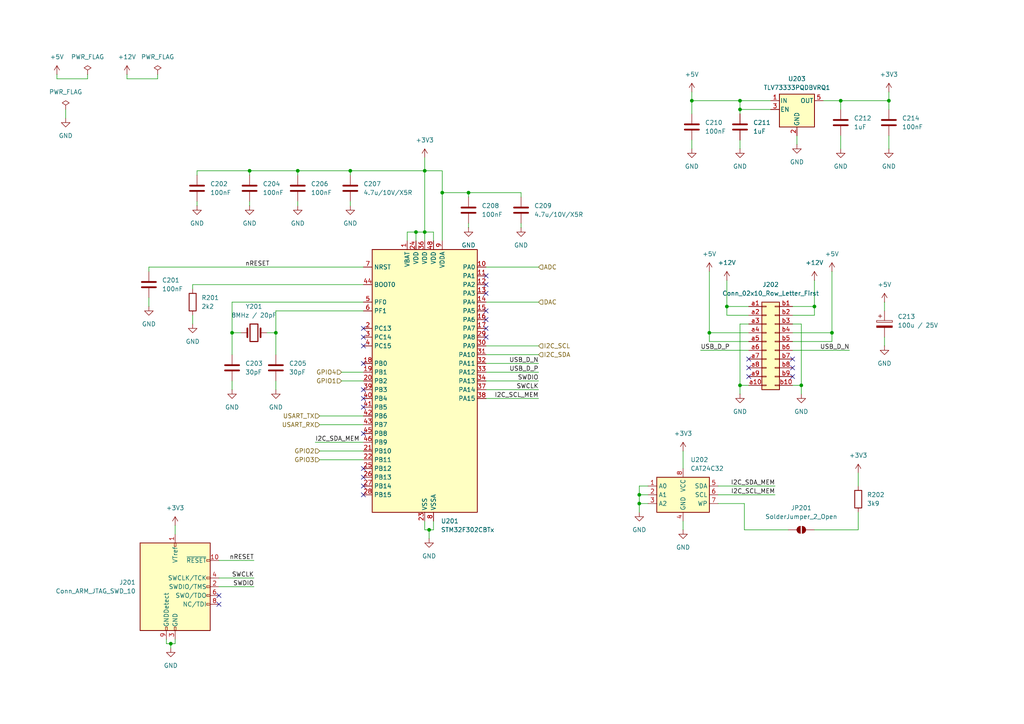
<source format=kicad_sch>
(kicad_sch (version 20250114) (generator "eeschema") (generator_version "9.0")
  (paper "A4")
  (title_block (title "STM32") (rev "<<HASH>>") (company "Amateurfunkclub für Remote Stationen"))
  (lib_symbols
    (symbol "Connector:Conn_ARM_JTAG_SWD_10" (pin_names (offset 1.016))
      (property "Reference" "J" (at -2.54 16.51 0))
      (property "Value" "Conn_ARM_JTAG_SWD_10" (at -2.54 13.97 0))
      (symbol "Conn_ARM_JTAG_SWD_10_0_1"
        (rectangle (start -10.16 12.7) (end 10.16 -12.7) (stroke (width 0.254)) (fill (type background)))
        (rectangle (start -2.794 -12.7) (end -2.286 -11.684))
        (rectangle (start -0.254 12.7) (end 0.254 11.684))
        (rectangle (start -0.254 -12.7) (end 0.254 -11.684))
        (rectangle (start 9.144 2.286) (end 10.16 2.794))
        (rectangle (start 10.16 7.874) (end 9.144 7.366))
        (rectangle (start 10.16 -0.254) (end 9.144 0.254))
        (rectangle (start 10.16 -2.794) (end 9.144 -2.286))
      )
      (symbol "Conn_ARM_JTAG_SWD_10_1_1"
        (rectangle (start 9.144 -5.334) (end 10.16 -4.826))
        (pin no_connect line (at -10.16 0 0) (length 2.54) (hide yes) (name "KEY") (number "7"))
        (pin passive line (at -2.54 -15.24 90) (length 2.54) (name "GNDDetect") (number "9"))
        (pin power_in line (at 0 15.24 270) (length 2.54) (name "VTref") (number "1"))
        (pin power_in line (at 0 -15.24 90) (length 2.54) (name "GND") (number "3"))
        (pin passive line (at 0 -15.24 90) (length 2.54) (hide yes) (name "GND") (number "5"))
        (pin open_collector line (at 12.7 7.62 180) (length 2.54) (name "~{RESET}") (number "10"))
        (pin output line (at 12.7 2.54 180) (length 2.54) (name "SWCLK/TCK") (number "4"))
        (pin bidirectional line (at 12.7 0 180) (length 2.54) (name "SWDIO/TMS") (number "2"))
        (pin input line (at 12.7 -2.54 180) (length 2.54) (name "SWO/TDO") (number "6"))
        (pin output line (at 12.7 -5.08 180) (length 2.54) (name "NC/TDI") (number "8"))
      )
    )
    (symbol "Connector_Generic:Conn_02x10_Row_Letter_First" (pin_names (offset 1.016) (hide yes))
      (property "Reference" "J" (at 1.27 12.7 0))
      (property "Value" "Conn_02x10_Row_Letter_First" (at 1.27 -15.24 0))
      (symbol "Conn_02x10_Row_Letter_First_1_1"
        (rectangle (start -1.27 11.43) (end 3.81 -13.97) (stroke (width 0.254)) (fill (type background)))
        (rectangle (start -1.27 10.287) (end 0 10.033) (stroke (width 0.1524)))
        (rectangle (start -1.27 7.747) (end 0 7.493) (stroke (width 0.1524)))
        (rectangle (start -1.27 5.207) (end 0 4.953) (stroke (width 0.1524)))
        (rectangle (start -1.27 2.667) (end 0 2.413) (stroke (width 0.1524)))
        (rectangle (start -1.27 0.127) (end 0 -0.127) (stroke (width 0.1524)))
        (rectangle (start -1.27 -2.413) (end 0 -2.667) (stroke (width 0.1524)))
        (rectangle (start -1.27 -4.953) (end 0 -5.207) (stroke (width 0.1524)))
        (rectangle (start -1.27 -7.493) (end 0 -7.747) (stroke (width 0.1524)))
        (rectangle (start -1.27 -10.033) (end 0 -10.287) (stroke (width 0.1524)))
        (rectangle (start -1.27 -12.573) (end 0 -12.827) (stroke (width 0.1524)))
        (rectangle (start 3.81 10.287) (end 2.54 10.033) (stroke (width 0.1524)))
        (rectangle (start 3.81 7.747) (end 2.54 7.493) (stroke (width 0.1524)))
        (rectangle (start 3.81 5.207) (end 2.54 4.953) (stroke (width 0.1524)))
        (rectangle (start 3.81 2.667) (end 2.54 2.413) (stroke (width 0.1524)))
        (rectangle (start 3.81 0.127) (end 2.54 -0.127) (stroke (width 0.1524)))
        (rectangle (start 3.81 -2.413) (end 2.54 -2.667) (stroke (width 0.1524)))
        (rectangle (start 3.81 -4.953) (end 2.54 -5.207) (stroke (width 0.1524)))
        (rectangle (start 3.81 -7.493) (end 2.54 -7.747) (stroke (width 0.1524)))
        (rectangle (start 3.81 -10.033) (end 2.54 -10.287) (stroke (width 0.1524)))
        (rectangle (start 3.81 -12.573) (end 2.54 -12.827) (stroke (width 0.1524)))
        (pin passive line (at -5.08 10.16 0) (length 3.81) (name "Pin_a1") (number "a1"))
        (pin passive line (at -5.08 7.62 0) (length 3.81) (name "Pin_a2") (number "a2"))
        (pin passive line (at -5.08 5.08 0) (length 3.81) (name "Pin_a3") (number "a3"))
        (pin passive line (at -5.08 2.54 0) (length 3.81) (name "Pin_a4") (number "a4"))
        (pin passive line (at -5.08 0 0) (length 3.81) (name "Pin_a5") (number "a5"))
        (pin passive line (at -5.08 -2.54 0) (length 3.81) (name "Pin_a6") (number "a6"))
        (pin passive line (at -5.08 -5.08 0) (length 3.81) (name "Pin_a7") (number "a7"))
        (pin passive line (at -5.08 -7.62 0) (length 3.81) (name "Pin_a8") (number "a8"))
        (pin passive line (at -5.08 -10.16 0) (length 3.81) (name "Pin_a9") (number "a9"))
        (pin passive line (at -5.08 -12.7 0) (length 3.81) (name "Pin_a10") (number "a10"))
        (pin passive line (at 7.62 10.16 180) (length 3.81) (name "Pin_b1") (number "b1"))
        (pin passive line (at 7.62 7.62 180) (length 3.81) (name "Pin_b2") (number "b2"))
        (pin passive line (at 7.62 5.08 180) (length 3.81) (name "Pin_b3") (number "b3"))
        (pin passive line (at 7.62 2.54 180) (length 3.81) (name "Pin_b4") (number "b4"))
        (pin passive line (at 7.62 0 180) (length 3.81) (name "Pin_b5") (number "b5"))
        (pin passive line (at 7.62 -2.54 180) (length 3.81) (name "Pin_b6") (number "b6"))
        (pin passive line (at 7.62 -5.08 180) (length 3.81) (name "Pin_b7") (number "b7"))
        (pin passive line (at 7.62 -7.62 180) (length 3.81) (name "Pin_b8") (number "b8"))
        (pin passive line (at 7.62 -10.16 180) (length 3.81) (name "Pin_b9") (number "b9"))
        (pin passive line (at 7.62 -12.7 180) (length 3.81) (name "Pin_b10") (number "b10"))
      )
    )
    (symbol "Device:C" (pin_numbers (hide yes)) (pin_names (offset 0.254))
      (property "Reference" "C" (at 0.635 2.54 0))
      (property "Value" "C" (at 0.635 -2.54 0))
      (symbol "C_0_1"
        (polyline (pts (xy -2.032 0.762) (xy 2.032 0.762)) (stroke (width 0.508)))
        (polyline (pts (xy -2.032 -0.762) (xy 2.032 -0.762)) (stroke (width 0.508)))
      )
      (symbol "C_1_1"
        (pin passive line (at 0 3.81 270) (length 2.794) (name "~") (number "1"))
        (pin passive line (at 0 -3.81 90) (length 2.794) (name "~") (number "2"))
      )
    )
    (symbol "Device:C_Polarized" (pin_numbers (hide yes)) (pin_names (offset 0.254))
      (property "Reference" "C" (at 0.635 2.54 0))
      (property "Value" "C_Polarized" (at 0.635 -2.54 0))
      (symbol "C_Polarized_0_1"
        (rectangle (start -2.286 0.508) (end 2.286 1.016))
        (polyline (pts (xy -1.778 2.286) (xy -0.762 2.286)))
        (polyline (pts (xy -1.27 2.794) (xy -1.27 1.778)))
        (rectangle (start 2.286 -0.508) (end -2.286 -1.016) (fill (type outline)))
      )
      (symbol "C_Polarized_1_1"
        (pin passive line (at 0 3.81 270) (length 2.794) (name "~") (number "1"))
        (pin passive line (at 0 -3.81 90) (length 2.794) (name "~") (number "2"))
      )
    )
    (symbol "Device:Crystal" (pin_numbers (hide yes)) (pin_names (offset 1.016) (hide yes))
      (property "Reference" "Y" (at 0 3.81 0))
      (property "Value" "Crystal" (at 0 -3.81 0))
      (symbol "Crystal_0_1"
        (polyline (pts (xy -2.54 0) (xy -1.905 0)))
        (polyline (pts (xy -1.905 -1.27) (xy -1.905 1.27)) (stroke (width 0.508)))
        (rectangle (start -1.143 2.54) (end 1.143 -2.54) (stroke (width 0.3048)))
        (polyline (pts (xy 1.905 -1.27) (xy 1.905 1.27)) (stroke (width 0.508)))
        (polyline (pts (xy 2.54 0) (xy 1.905 0)))
      )
      (symbol "Crystal_1_1"
        (pin passive line (at -3.81 0 0) (length 1.27) (name "1") (number "1"))
        (pin passive line (at 3.81 0 180) (length 1.27) (name "2") (number "2"))
      )
    )
    (symbol "Device:R" (pin_numbers (hide yes)) (pin_names (offset 0))
      (property "Reference" "R" (at 2.032 0 90))
      (property "Value" "R" (at 0 0 90))
      (symbol "R_0_1"
        (rectangle (start -1.016 -2.54) (end 1.016 2.54) (stroke (width 0.254)))
      )
      (symbol "R_1_1"
        (pin passive line (at 0 3.81 270) (length 1.27) (name "~") (number "1"))
        (pin passive line (at 0 -3.81 90) (length 1.27) (name "~") (number "2"))
      )
    )
    (symbol "Jumper:SolderJumper_2_Open" (pin_numbers (hide yes)) (pin_names (offset 0) (hide yes)) (in_bom no)
      (property "Reference" "JP" (at 0 2.032 0))
      (property "Value" "SolderJumper_2_Open" (at 0 -2.54 0))
      (symbol "SolderJumper_2_Open_0_1"
        (polyline (pts (xy -0.254 1.016) (xy -0.254 -1.016)))
        (arc (start -0.254 -1.016) (mid -1.2656 0) (end -0.254 1.016))
        (arc (start -0.254 -1.016) (mid -1.2656 0) (end -0.254 1.016) (fill (type outline)))
        (arc (start 0.254 1.016) (mid 1.2656 0) (end 0.254 -1.016))
        (arc (start 0.254 1.016) (mid 1.2656 0) (end 0.254 -1.016) (fill (type outline)))
        (polyline (pts (xy 0.254 1.016) (xy 0.254 -1.016)))
      )
      (symbol "SolderJumper_2_Open_1_1"
        (pin passive line (at -3.81 0 0) (length 2.54) (name "A") (number "1"))
        (pin passive line (at 3.81 0 180) (length 2.54) (name "B") (number "2"))
      )
    )
    (symbol "MCU_ST_STM32F3:STM32F302CBTx"
      (property "Reference" "U" (at -15.24 39.37 0))
      (property "Value" "STM32F302CBTx" (at 7.62 39.37 0))
      (symbol "STM32F302CBTx_0_1"
        (rectangle (start -15.24 -38.1) (end 15.24 38.1) (stroke (width 0.254)) (fill (type background)))
      )
      (symbol "STM32F302CBTx_1_1"
        (pin input line (at -17.78 33.02 0) (length 2.54) (name "NRST") (number "7"))
        (pin input line (at -17.78 27.94 0) (length 2.54) (name "BOOT0") (number "44"))
        (pin bidirectional line (at -17.78 22.86 0) (length 2.54) (name "PF0") (number "5"))
        (pin bidirectional line (at -17.78 20.32 0) (length 2.54) (name "PF1") (number "6"))
        (pin bidirectional line (at -17.78 15.24 0) (length 2.54) (name "PC13") (number "2"))
        (pin bidirectional line (at -17.78 12.7 0) (length 2.54) (name "PC14") (number "3"))
        (pin bidirectional line (at -17.78 10.16 0) (length 2.54) (name "PC15") (number "4"))
        (pin bidirectional line (at -17.78 5.08 0) (length 2.54) (name "PB0") (number "18"))
        (pin bidirectional line (at -17.78 2.54 0) (length 2.54) (name "PB1") (number "19"))
        (pin bidirectional line (at -17.78 0 0) (length 2.54) (name "PB2") (number "20"))
        (pin bidirectional line (at -17.78 -2.54 0) (length 2.54) (name "PB3") (number "39"))
        (pin bidirectional line (at -17.78 -5.08 0) (length 2.54) (name "PB4") (number "40"))
        (pin bidirectional line (at -17.78 -7.62 0) (length 2.54) (name "PB5") (number "41"))
        (pin bidirectional line (at -17.78 -10.16 0) (length 2.54) (name "PB6") (number "42"))
        (pin bidirectional line (at -17.78 -12.7 0) (length 2.54) (name "PB7") (number "43"))
        (pin bidirectional line (at -17.78 -15.24 0) (length 2.54) (name "PB8") (number "45"))
        (pin bidirectional line (at -17.78 -17.78 0) (length 2.54) (name "PB9") (number "46"))
        (pin bidirectional line (at -17.78 -20.32 0) (length 2.54) (name "PB10") (number "21"))
        (pin bidirectional line (at -17.78 -22.86 0) (length 2.54) (name "PB11") (number "22"))
        (pin bidirectional line (at -17.78 -25.4 0) (length 2.54) (name "PB12") (number "25"))
        (pin bidirectional line (at -17.78 -27.94 0) (length 2.54) (name "PB13") (number "26"))
        (pin bidirectional line (at -17.78 -30.48 0) (length 2.54) (name "PB14") (number "27"))
        (pin bidirectional line (at -17.78 -33.02 0) (length 2.54) (name "PB15") (number "28"))
        (pin power_in line (at -5.08 40.64 270) (length 2.54) (name "VBAT") (number "1"))
        (pin power_in line (at -2.54 40.64 270) (length 2.54) (name "VDD") (number "24"))
        (pin power_in line (at 0 40.64 270) (length 2.54) (name "VDD") (number "36"))
        (pin power_in line (at 0 -40.64 90) (length 2.54) (name "VSS") (number "23"))
        (pin passive line (at 0 -40.64 90) (length 2.54) (hide yes) (name "VSS") (number "35"))
        (pin passive line (at 0 -40.64 90) (length 2.54) (hide yes) (name "VSS") (number "47"))
        (pin power_in line (at 2.54 40.64 270) (length 2.54) (name "VDD") (number "48"))
        (pin power_in line (at 2.54 -40.64 90) (length 2.54) (name "VSSA") (number "8"))
        (pin power_in line (at 5.08 40.64 270) (length 2.54) (name "VDDA") (number "9"))
        (pin bidirectional line (at 17.78 33.02 180) (length 2.54) (name "PA0") (number "10"))
        (pin bidirectional line (at 17.78 30.48 180) (length 2.54) (name "PA1") (number "11"))
        (pin bidirectional line (at 17.78 27.94 180) (length 2.54) (name "PA2") (number "12"))
        (pin bidirectional line (at 17.78 25.4 180) (length 2.54) (name "PA3") (number "13"))
        (pin bidirectional line (at 17.78 22.86 180) (length 2.54) (name "PA4") (number "14"))
        (pin bidirectional line (at 17.78 20.32 180) (length 2.54) (name "PA5") (number "15"))
        (pin bidirectional line (at 17.78 17.78 180) (length 2.54) (name "PA6") (number "16"))
        (pin bidirectional line (at 17.78 15.24 180) (length 2.54) (name "PA7") (number "17"))
        (pin bidirectional line (at 17.78 12.7 180) (length 2.54) (name "PA8") (number "29"))
        (pin bidirectional line (at 17.78 10.16 180) (length 2.54) (name "PA9") (number "30"))
        (pin bidirectional line (at 17.78 7.62 180) (length 2.54) (name "PA10") (number "31"))
        (pin bidirectional line (at 17.78 5.08 180) (length 2.54) (name "PA11") (number "32"))
        (pin bidirectional line (at 17.78 2.54 180) (length 2.54) (name "PA12") (number "33"))
        (pin bidirectional line (at 17.78 0 180) (length 2.54) (name "PA13") (number "34"))
        (pin bidirectional line (at 17.78 -2.54 180) (length 2.54) (name "PA14") (number "37"))
        (pin bidirectional line (at 17.78 -5.08 180) (length 2.54) (name "PA15") (number "38"))
      )
    )
    (symbol "Memory_EEPROM:CAT24C128"
      (property "Reference" "U" (at -6.35 6.35 0))
      (property "Value" "CAT24C128" (at 1.27 6.35 0))
      (symbol "CAT24C128_1_1"
        (rectangle (start -7.62 5.08) (end 7.62 -5.08) (stroke (width 0.254)) (fill (type background)))
        (pin input line (at -10.16 2.54 0) (length 2.54) (name "A0") (number "1"))
        (pin input line (at -10.16 0 0) (length 2.54) (name "A1") (number "2"))
        (pin input line (at -10.16 -2.54 0) (length 2.54) (name "A2") (number "3"))
        (pin power_in line (at 0 7.62 270) (length 2.54) (name "VCC") (number "8"))
        (pin power_in line (at 0 -7.62 90) (length 2.54) (name "GND") (number "4"))
        (pin bidirectional line (at 10.16 2.54 180) (length 2.54) (name "SDA") (number "5"))
        (pin input line (at 10.16 0 180) (length 2.54) (name "SCL") (number "6"))
        (pin input line (at 10.16 -2.54 180) (length 2.54) (name "WP") (number "7"))
      )
    )
    (symbol "Regulator_Linear:TLV73333PDBV" (pin_names (offset 0.254))
      (property "Reference" "U" (at -3.81 5.715 0))
      (property "Value" "TLV73333PDBV" (at 0 5.715 0))
      (symbol "TLV73333PDBV_0_1"
        (rectangle (start -5.08 4.445) (end 5.08 -5.08) (stroke (width 0.254)) (fill (type background)))
      )
      (symbol "TLV73333PDBV_1_1"
        (pin power_in line (at -7.62 2.54 0) (length 2.54) (name "IN") (number "1"))
        (pin input line (at -7.62 0 0) (length 2.54) (name "EN") (number "3"))
        (pin power_in line (at 0 -7.62 90) (length 2.54) (name "GND") (number "2"))
        (pin no_connect line (at 5.08 0 180) (length 2.54) (hide yes) (name "NC") (number "4"))
        (pin power_out line (at 7.62 2.54 180) (length 2.54) (name "OUT") (number "5"))
      )
    )
    (symbol "power:+12V" (power) (pin_numbers (hide yes)) (pin_names (offset 0) (hide yes))
      (property "Value" "+12V" (at 0 3.556 0))
      (symbol "+12V_0_1"
        (polyline (pts (xy -0.762 1.27) (xy 0 2.54)))
        (polyline (pts (xy 0 2.54) (xy 0.762 1.27)))
        (polyline (pts (xy 0 0) (xy 0 2.54)))
      )
      (symbol "+12V_1_1"
        (pin power_in line (at 0 0 90) (length 0) (name "~") (number "1"))
      )
    )
    (symbol "power:+3V3" (power) (pin_numbers (hide yes)) (pin_names (offset 0) (hide yes))
      (property "Value" "+3V3" (at 0 3.556 0))
      (symbol "+3V3_0_1"
        (polyline (pts (xy -0.762 1.27) (xy 0 2.54)))
        (polyline (pts (xy 0 2.54) (xy 0.762 1.27)))
        (polyline (pts (xy 0 0) (xy 0 2.54)))
      )
      (symbol "+3V3_1_1"
        (pin power_in line (at 0 0 90) (length 0) (name "~") (number "1"))
      )
    )
    (symbol "power:+5V" (power) (pin_numbers (hide yes)) (pin_names (offset 0) (hide yes))
      (property "Value" "+5V" (at 0 3.556 0))
      (symbol "+5V_0_1"
        (polyline (pts (xy -0.762 1.27) (xy 0 2.54)))
        (polyline (pts (xy 0 2.54) (xy 0.762 1.27)))
        (polyline (pts (xy 0 0) (xy 0 2.54)))
      )
      (symbol "+5V_1_1"
        (pin power_in line (at 0 0 90) (length 0) (name "~") (number "1"))
      )
    )
    (symbol "power:GND" (power) (pin_numbers (hide yes)) (pin_names (offset 0) (hide yes))
      (property "Value" "GND" (at 0 -3.81 0))
      (symbol "GND_0_1"
        (polyline (pts (xy 0 0) (xy 0 -1.27) (xy 1.27 -1.27) (xy 0 -2.54) (xy -1.27 -1.27) (xy 0 -1.27)))
      )
      (symbol "GND_1_1"
        (pin power_in line (at 0 0 270) (length 0) (name "~") (number "1"))
      )
    )
    (symbol "power:PWR_FLAG" (power) (pin_numbers (hide yes)) (pin_names (offset 0) (hide yes))
      (property "Value" "PWR_FLAG" (at 0 3.81 0))
      (symbol "PWR_FLAG_0_0"
        (pin power_out line (at 0 0 90) (length 0) (name "~") (number "1"))
      )
      (symbol "PWR_FLAG_0_1"
        (polyline (pts (xy 0 0) (xy 0 1.27) (xy -1.016 1.905) (xy 0 2.54) (xy 1.016 1.905) (xy 0 1.27)))
      )
    )
  )
  (junction (at 185.42 143.51))
  (junction (at 128.27 55.88))
  (junction (at 210.82 88.9))
  (junction (at 200.66 29.21))
  (junction (at 72.39 49.53))
  (junction (at 214.63 31.75))
  (junction (at 123.19 49.53))
  (junction (at 232.41 111.76))
  (junction (at 205.74 96.52))
  (junction (at 101.6 49.53))
  (junction (at 257.81 29.21))
  (junction (at 67.31 96.52))
  (junction (at 243.84 29.21))
  (junction (at 185.42 146.05))
  (junction (at 214.63 29.21))
  (junction (at 135.89 55.88))
  (junction (at 80.01 96.52))
  (junction (at 124.46 153.67))
  (junction (at 49.53 186.69))
  (junction (at 241.3 96.52))
  (junction (at 86.36 49.53))
  (junction (at 120.65 67.31))
  (junction (at 123.19 67.31))
  (junction (at 236.22 88.9))
  (junction (at 214.63 111.76))
  (no_connect (at 229.87 106.68))
  (no_connect (at 105.41 115.57))
  (no_connect (at 63.5 175.26))
  (no_connect (at 140.97 90.17))
  (no_connect (at 105.41 105.41))
  (no_connect (at 105.41 113.03))
  (no_connect (at 105.41 140.97))
  (no_connect (at 105.41 95.25))
  (no_connect (at 140.97 97.79))
  (no_connect (at 140.97 82.55))
  (no_connect (at 229.87 104.14))
  (no_connect (at 217.17 104.14))
  (no_connect (at 105.41 97.79))
  (no_connect (at 217.17 109.22))
  (no_connect (at 217.17 106.68))
  (no_connect (at 105.41 138.43))
  (no_connect (at 105.41 100.33))
  (no_connect (at 105.41 118.11))
  (no_connect (at 105.41 125.73))
  (no_connect (at 140.97 85.09))
  (no_connect (at 229.87 109.22))
  (no_connect (at 140.97 95.25))
  (no_connect (at 105.41 135.89))
  (no_connect (at 63.5 172.72))
  (no_connect (at 140.97 92.71))
  (no_connect (at 140.97 80.01))
  (no_connect (at 105.41 143.51))
  (wire (pts (xy 55.88 91.44) (xy 55.88 93.98)))
  (wire (pts (xy 123.19 49.53) (xy 128.27 49.53)))
  (wire (pts (xy 120.65 67.31) (xy 123.19 67.31)))
  (wire (pts (xy 43.18 77.47) (xy 43.18 78.74)))
  (wire (pts (xy 101.6 58.42) (xy 101.6 59.69)))
  (wire (pts (xy 118.11 69.85) (xy 118.11 67.31)))
  (wire (pts (xy 210.82 88.9) (xy 210.82 81.28)))
  (wire (pts (xy 140.97 105.41) (xy 156.21 105.41)))
  (wire (pts (xy 16.51 22.86) (xy 25.4 22.86)))
  (wire (pts (xy 36.83 21.59) (xy 36.83 22.86)))
  (wire (pts (xy 210.82 91.44) (xy 210.82 88.9)))
  (wire (pts (xy 125.73 151.13) (xy 125.73 153.67)))
  (wire (pts (xy 123.19 153.67) (xy 124.46 153.67)))
  (wire (pts (xy 236.22 153.67) (xy 248.92 153.67)))
  (wire (pts (xy 215.9 146.05) (xy 208.28 146.05)))
  (wire (pts (xy 187.96 146.05) (xy 185.42 146.05)))
  (wire (pts (xy 229.87 111.76) (xy 232.41 111.76)))
  (wire (pts (xy 232.41 93.98) (xy 232.41 111.76)))
  (wire (pts (xy 16.51 21.59) (xy 16.51 22.86)))
  (wire (pts (xy 80.01 110.49) (xy 80.01 113.03)))
  (wire (pts (xy 198.12 151.13) (xy 198.12 153.67)))
  (wire (pts (xy 214.63 29.21) (xy 223.52 29.21)))
  (wire (pts (xy 203.2 101.6) (xy 217.17 101.6)))
  (wire (pts (xy 236.22 88.9) (xy 236.22 81.28)))
  (wire (pts (xy 217.17 99.06) (xy 205.74 99.06)))
  (wire (pts (xy 185.42 140.97) (xy 185.42 143.51)))
  (wire (pts (xy 128.27 55.88) (xy 128.27 69.85)))
  (wire (pts (xy 124.46 153.67) (xy 125.73 153.67)))
  (wire (pts (xy 185.42 143.51) (xy 185.42 146.05)))
  (wire (pts (xy 214.63 111.76) (xy 214.63 114.3)))
  (wire (pts (xy 92.71 133.35) (xy 105.41 133.35)))
  (wire (pts (xy 243.84 39.37) (xy 243.84 43.18)))
  (wire (pts (xy 217.17 111.76) (xy 214.63 111.76)))
  (wire (pts (xy 80.01 90.17) (xy 80.01 96.52)))
  (wire (pts (xy 124.46 153.67) (xy 124.46 156.21)))
  (wire (pts (xy 63.5 167.64) (xy 73.66 167.64)))
  (wire (pts (xy 91.44 128.27) (xy 105.41 128.27)))
  (wire (pts (xy 123.19 45.72) (xy 123.19 49.53)))
  (wire (pts (xy 208.28 143.51) (xy 224.79 143.51)))
  (wire (pts (xy 86.36 58.42) (xy 86.36 59.69)))
  (wire (pts (xy 229.87 91.44) (xy 236.22 91.44)))
  (wire (pts (xy 140.97 102.87) (xy 156.21 102.87)))
  (wire (pts (xy 217.17 91.44) (xy 210.82 91.44)))
  (wire (pts (xy 128.27 55.88) (xy 135.89 55.88)))
  (wire (pts (xy 248.92 137.16) (xy 248.92 140.97)))
  (wire (pts (xy 140.97 87.63) (xy 156.21 87.63)))
  (wire (pts (xy 123.19 151.13) (xy 123.19 153.67)))
  (wire (pts (xy 92.71 120.65) (xy 105.41 120.65)))
  (wire (pts (xy 229.87 96.52) (xy 241.3 96.52)))
  (wire (pts (xy 45.72 22.86) (xy 45.72 21.59)))
  (wire (pts (xy 140.97 100.33) (xy 156.21 100.33)))
  (wire (pts (xy 67.31 96.52) (xy 67.31 102.87)))
  (wire (pts (xy 232.41 111.76) (xy 232.41 114.3)))
  (wire (pts (xy 236.22 91.44) (xy 236.22 88.9)))
  (wire (pts (xy 80.01 96.52) (xy 77.47 96.52)))
  (wire (pts (xy 140.97 107.95) (xy 156.21 107.95)))
  (wire (pts (xy 123.19 67.31) (xy 125.73 67.31)))
  (wire (pts (xy 205.74 99.06) (xy 205.74 96.52)))
  (wire (pts (xy 214.63 31.75) (xy 214.63 33.02)))
  (wire (pts (xy 49.53 186.69) (xy 50.8 186.69)))
  (wire (pts (xy 135.89 64.77) (xy 135.89 66.04)))
  (wire (pts (xy 243.84 29.21) (xy 243.84 31.75)))
  (wire (pts (xy 257.81 29.21) (xy 257.81 31.75)))
  (wire (pts (xy 92.71 130.81) (xy 105.41 130.81)))
  (wire (pts (xy 256.54 87.63) (xy 256.54 90.17)))
  (wire (pts (xy 238.76 29.21) (xy 243.84 29.21)))
  (wire (pts (xy 50.8 185.42) (xy 50.8 186.69)))
  (wire (pts (xy 241.3 99.06) (xy 241.3 96.52)))
  (wire (pts (xy 208.28 140.97) (xy 224.79 140.97)))
  (wire (pts (xy 101.6 49.53) (xy 123.19 49.53)))
  (wire (pts (xy 57.15 58.42) (xy 57.15 59.69)))
  (wire (pts (xy 229.87 99.06) (xy 241.3 99.06)))
  (wire (pts (xy 57.15 49.53) (xy 72.39 49.53)))
  (wire (pts (xy 229.87 101.6) (xy 246.38 101.6)))
  (wire (pts (xy 48.26 185.42) (xy 48.26 186.69)))
  (wire (pts (xy 118.11 67.31) (xy 120.65 67.31)))
  (wire (pts (xy 214.63 93.98) (xy 214.63 111.76)))
  (wire (pts (xy 217.17 96.52) (xy 205.74 96.52)))
  (wire (pts (xy 135.89 57.15) (xy 135.89 55.88)))
  (wire (pts (xy 256.54 97.79) (xy 256.54 100.33)))
  (wire (pts (xy 229.87 93.98) (xy 232.41 93.98)))
  (wire (pts (xy 205.74 96.52) (xy 205.74 78.74)))
  (wire (pts (xy 257.81 29.21) (xy 257.81 26.67)))
  (wire (pts (xy 63.5 162.56) (xy 73.66 162.56)))
  (wire (pts (xy 25.4 22.86) (xy 25.4 21.59)))
  (wire (pts (xy 72.39 50.8) (xy 72.39 49.53)))
  (wire (pts (xy 217.17 88.9) (xy 210.82 88.9)))
  (wire (pts (xy 67.31 96.52) (xy 69.85 96.52)))
  (wire (pts (xy 140.97 110.49) (xy 156.21 110.49)))
  (wire (pts (xy 43.18 86.36) (xy 43.18 88.9)))
  (wire (pts (xy 223.52 31.75) (xy 214.63 31.75)))
  (wire (pts (xy 241.3 96.52) (xy 241.3 78.74)))
  (wire (pts (xy 151.13 57.15) (xy 151.13 55.88)))
  (wire (pts (xy 63.5 170.18) (xy 73.66 170.18)))
  (wire (pts (xy 36.83 22.86) (xy 45.72 22.86)))
  (wire (pts (xy 135.89 55.88) (xy 151.13 55.88)))
  (wire (pts (xy 19.05 31.75) (xy 19.05 34.29)))
  (wire (pts (xy 217.17 93.98) (xy 214.63 93.98)))
  (wire (pts (xy 105.41 87.63) (xy 67.31 87.63)))
  (wire (pts (xy 80.01 96.52) (xy 80.01 102.87)))
  (wire (pts (xy 105.41 82.55) (xy 55.88 82.55)))
  (wire (pts (xy 151.13 64.77) (xy 151.13 66.04)))
  (wire (pts (xy 200.66 29.21) (xy 200.66 26.67)))
  (wire (pts (xy 140.97 115.57) (xy 156.21 115.57)))
  (wire (pts (xy 72.39 49.53) (xy 86.36 49.53)))
  (wire (pts (xy 214.63 31.75) (xy 214.63 29.21)))
  (wire (pts (xy 123.19 67.31) (xy 123.19 69.85)))
  (wire (pts (xy 228.6 153.67) (xy 215.9 153.67)))
  (wire (pts (xy 50.8 152.4) (xy 50.8 154.94)))
  (wire (pts (xy 92.71 123.19) (xy 105.41 123.19)))
  (wire (pts (xy 105.41 77.47) (xy 43.18 77.47)))
  (wire (pts (xy 120.65 67.31) (xy 120.65 69.85)))
  (wire (pts (xy 57.15 50.8) (xy 57.15 49.53)))
  (wire (pts (xy 128.27 49.53) (xy 128.27 55.88)))
  (wire (pts (xy 198.12 130.81) (xy 198.12 135.89)))
  (wire (pts (xy 200.66 29.21) (xy 214.63 29.21)))
  (wire (pts (xy 257.81 29.21) (xy 243.84 29.21)))
  (wire (pts (xy 48.26 186.69) (xy 49.53 186.69)))
  (wire (pts (xy 67.31 110.49) (xy 67.31 113.03)))
  (wire (pts (xy 49.53 186.69) (xy 49.53 187.96)))
  (wire (pts (xy 187.96 143.51) (xy 185.42 143.51)))
  (wire (pts (xy 200.66 29.21) (xy 200.66 33.02)))
  (wire (pts (xy 140.97 113.03) (xy 156.21 113.03)))
  (wire (pts (xy 99.06 110.49) (xy 105.41 110.49)))
  (wire (pts (xy 215.9 153.67) (xy 215.9 146.05)))
  (wire (pts (xy 105.41 90.17) (xy 80.01 90.17)))
  (wire (pts (xy 257.81 39.37) (xy 257.81 43.18)))
  (wire (pts (xy 229.87 88.9) (xy 236.22 88.9)))
  (wire (pts (xy 86.36 50.8) (xy 86.36 49.53)))
  (wire (pts (xy 55.88 82.55) (xy 55.88 83.82)))
  (wire (pts (xy 185.42 146.05) (xy 185.42 148.59)))
  (wire (pts (xy 72.39 58.42) (xy 72.39 59.69)))
  (wire (pts (xy 140.97 77.47) (xy 156.21 77.47)))
  (wire (pts (xy 101.6 49.53) (xy 101.6 50.8)))
  (wire (pts (xy 123.19 67.31) (xy 123.19 49.53)))
  (wire (pts (xy 214.63 40.64) (xy 214.63 43.18)))
  (wire (pts (xy 187.96 140.97) (xy 185.42 140.97)))
  (wire (pts (xy 200.66 40.64) (xy 200.66 43.18)))
  (wire (pts (xy 231.14 39.37) (xy 231.14 41.91)))
  (wire (pts (xy 86.36 49.53) (xy 101.6 49.53)))
  (wire (pts (xy 125.73 69.85) (xy 125.73 67.31)))
  (wire (pts (xy 99.06 107.95) (xy 105.41 107.95)))
  (wire (pts (xy 67.31 87.63) (xy 67.31 96.52)))
  (wire (pts (xy 248.92 153.67) (xy 248.92 148.59)))
  (label "SWDIO" (at 73.66 170.18 180))
  (label "I2C_SCL_MEM" (at 156.21 115.57 180))
  (label "I2C_SDA_MEM" (at 224.79 140.97 180))
  (label "SWCLK" (at 73.66 167.64 180))
  (label "USB_D_N" (at 156.21 105.41 180))
  (label "I2C_SDA_MEM" (at 91.44 128.27 0))
  (label "I2C_SCL_MEM" (at 224.79 143.51 180))
  (label "USB_D_N" (at 246.38 101.6 180))
  (label "USB_D_P" (at 156.21 107.95 180))
  (label "nRESET" (at 71.12 77.47 0))
  (label "USB_D_P" (at 203.2 101.6 0))
  (label "nRESET" (at 73.66 162.56 180))
  (label "SWCLK" (at 156.21 113.03 180))
  (label "SWDIO" (at 156.21 110.49 180))
  (hierarchical_label "GPIO2" (shape input) (at 92.71 130.81 180))
  (hierarchical_label "I2C_SCL" (shape input) (at 156.21 100.33 0))
  (hierarchical_label "GPIO3" (shape input) (at 92.71 133.35 180))
  (hierarchical_label "GPIO1" (shape input) (at 99.06 110.49 180))
  (hierarchical_label "USART_RX" (shape input) (at 92.71 123.19 180))
  (hierarchical_label "DAC" (shape input) (at 156.21 87.63 0))
  (hierarchical_label "USART_TX" (shape input) (at 92.71 120.65 180))
  (hierarchical_label "ADC" (shape input) (at 156.21 77.47 0))
  (hierarchical_label "GPIO4" (shape input) (at 99.06 107.95 180))
  (hierarchical_label "I2C_SDA" (shape input) (at 156.21 102.87 0))
  (symbol (lib_id "power:GND") (at 19.05 34.29 0) (unit 1)
    (property "Reference" "#PWR0202" (effects (hide yes)))
    (property "Value" "GND" (at 19.05 39.37 0))
    (property "Description" "Power symbol creates a global label with name \"GND\" , ground" (effects (hide yes)))
  )
  (symbol (lib_id "Device:C_Polarized") (at 256.54 93.98 0) (unit 1)
    (property "Reference" "C213" (at 260.35 91.8209 0) (effects (justify left)))
    (property "Value" "100u / 25V" (at 260.35 94.3609 0) (effects (justify left)))
    (property "Footprint" "Capacitor_Tantalum_SMD:CP_EIA-7343-43_Kemet-X" (effects (hide yes)))
    (property "Description" "Polarized capacitor" (effects (hide yes)))
    (property "LCSC" "C132558" (effects (hide yes)))
  )
  (symbol (lib_id "Device:C") (at 214.63 36.83 0) (unit 1)
    (property "Reference" "C211" (at 218.44 35.5599 0) (effects (justify left)))
    (property "Value" "1uF" (at 218.44 38.0999 0) (effects (justify left)))
    (property "Footprint" "Capacitor_SMD:C_0805_2012Metric" (effects (hide yes)))
    (property "Description" "Unpolarized capacitor" (effects (hide yes)))
    (property "MOUSER" "791-0805B105K250CT" (effects (hide yes)))
  )
  (symbol (lib_id "power:GND") (at 55.88 93.98 0) (unit 1)
    (property "Reference" "#PWR0207" (effects (hide yes)))
    (property "Value" "GND" (at 55.88 99.06 0))
    (property "Description" "Power symbol creates a global label with name \"GND\" , ground" (effects (hide yes)))
  )
  (symbol (lib_id "power:GND") (at 232.41 114.3 0) (unit 1)
    (property "Reference" "#PWR0228" (effects (hide yes)))
    (property "Value" "GND" (at 232.41 119.38 0))
    (property "Description" "Power symbol creates a global label with name \"GND\" , ground" (effects (hide yes)))
  )
  (symbol (lib_id "power:+5V") (at 241.3 78.74 0) (unit 1)
    (property "Reference" "#PWR0230" (effects (hide yes)))
    (property "Value" "+5V" (at 241.3 73.66 0))
    (property "Description" "Power symbol creates a global label with name \"+5V\"" (effects (hide yes)))
  )
  (symbol (lib_id "Device:R") (at 248.92 144.78 0) (unit 1)
    (property "Reference" "R202" (at 251.46 143.5099 0) (effects (justify left)))
    (property "Value" "3k9" (at 251.46 146.0499 0) (effects (justify left)))
    (property "Footprint" "Resistor_SMD:R_0805_2012Metric" (effects (hide yes)))
    (property "Description" "Resistor" (effects (hide yes)))
    (property "MOUSER" "603-RT0805DRD073K9L" (effects (hide yes)))
  )
  (symbol (lib_id "Device:C") (at 135.89 60.96 180) (unit 1)
    (property "Reference" "C208" (at 139.7 59.6899 0) (effects (justify right)))
    (property "Value" "100nF" (at 139.7 62.2299 0) (effects (justify right)))
    (property "Footprint" "Capacitor_SMD:C_0805_2012Metric" (effects (hide yes)))
    (property "Description" "Unpolarized capacitor" (effects (hide yes)))
    (property "LCSC" "C28233" (effects (hide yes)))
  )
  (symbol (lib_id "power:+3V3") (at 50.8 152.4 0) (unit 1)
    (property "Reference" "#PWR0206" (effects (hide yes)))
    (property "Value" "+3V3" (at 50.8 147.32 0))
    (property "Description" "Power symbol creates a global label with name \"+3V3\"" (effects (hide yes)))
  )
  (symbol (lib_id "power:+5V") (at 16.51 21.59 0) (unit 1)
    (property "Reference" "#PWR0201" (effects (hide yes)))
    (property "Value" "+5V" (at 16.51 16.51 0))
    (property "Description" "Power symbol creates a global label with name \"+5V\"" (effects (hide yes)))
  )
  (symbol (lib_id "power:+3V3") (at 198.12 130.81 0) (unit 1)
    (property "Reference" "#PWR0219" (effects (hide yes)))
    (property "Value" "+3V3" (at 198.12 125.73 0))
    (property "Description" "Power symbol creates a global label with name \"+3V3\"" (effects (hide yes)))
  )
  (symbol (lib_id "power:GND") (at 80.01 113.03 0) (unit 1)
    (property "Reference" "#PWR0211" (effects (hide yes)))
    (property "Value" "GND" (at 80.01 118.11 0))
    (property "Description" "Power symbol creates a global label with name \"GND\" , ground" (effects (hide yes)))
  )
  (symbol (lib_id "Memory_EEPROM:CAT24C128") (at 198.12 143.51 0) (unit 1)
    (property "Reference" "U202" (at 200.2633 133.35 0) (effects (justify left)))
    (property "Value" "CAT24C32" (at 200.2633 135.89 0) (effects (justify left)))
    (property "Footprint" "Package_SO:SOIC-8_3.9x4.9mm_P1.27mm" (effects (hide yes)))
    (property "Description" "32 kb CMOS Serial EEPROM, SOIC-8/TSSOP-8/DFN-8" (effects (hide yes)))
    (property "MOUSER" "698-CAT24C32WI-GT3" (effects (hide yes)))
  )
  (symbol (lib_id "power:GND") (at 231.14 41.91 0) (unit 1)
    (property "Reference" "#PWR0227" (effects (hide yes)))
    (property "Value" "GND" (at 231.14 46.99 0))
    (property "Description" "Power symbol creates a global label with name \"GND\" , ground" (effects (hide yes)))
  )
  (symbol (lib_id "power:GND") (at 256.54 100.33 0) (unit 1)
    (property "Reference" "#PWR0234" (effects (hide yes)))
    (property "Value" "GND" (at 256.54 105.41 0))
    (property "Description" "Power symbol creates a global label with name \"GND\" , ground" (effects (hide yes)))
  )
  (symbol (lib_id "power:GND") (at 214.63 43.18 0) (unit 1)
    (property "Reference" "#PWR0225" (effects (hide yes)))
    (property "Value" "GND" (at 214.63 48.26 0))
    (property "Description" "Power symbol creates a global label with name \"GND\" , ground" (effects (hide yes)))
  )
  (symbol (lib_id "power:+5V") (at 205.74 78.74 0) (unit 1)
    (property "Reference" "#PWR0223" (effects (hide yes)))
    (property "Value" "+5V" (at 205.74 73.66 0))
    (property "Description" "Power symbol creates a global label with name \"+5V\"" (effects (hide yes)))
  )
  (symbol (lib_id "Device:C") (at 243.84 35.56 0) (unit 1)
    (property "Reference" "C212" (at 247.65 34.2899 0) (effects (justify left)))
    (property "Value" "1uF" (at 247.65 36.8299 0) (effects (justify left)))
    (property "Footprint" "Capacitor_SMD:C_0805_2012Metric" (effects (hide yes)))
    (property "Description" "Unpolarized capacitor" (effects (hide yes)))
    (property "MOUSER" "791-0805B105K250CT" (effects (hide yes)))
  )
  (symbol (lib_id "Device:C") (at 57.15 54.61 180) (unit 1)
    (property "Reference" "C202" (at 60.96 53.3399 0) (effects (justify right)))
    (property "Value" "100nF" (at 60.96 55.8799 0) (effects (justify right)))
    (property "Footprint" "Capacitor_SMD:C_0805_2012Metric" (effects (hide yes)))
    (property "Description" "Unpolarized capacitor" (effects (hide yes)))
    (property "LCSC" "C28233" (effects (hide yes)))
  )
  (symbol (lib_id "power:+5V") (at 36.83 21.59 0) (unit 1)
    (property "Reference" "#PWR0203" (effects (hide yes)))
    (property "Value" "+12V" (at 36.83 16.51 0))
    (property "Description" "Power symbol creates a global label with name \"+5V\"" (effects (hide yes)))
  )
  (symbol (lib_id "power:GND") (at 135.89 66.04 0) (unit 1)
    (property "Reference" "#PWR0216" (effects (hide yes)))
    (property "Value" "GND" (at 135.89 71.12 0))
    (property "Description" "Power symbol creates a global label with name \"GND\" , ground" (effects (hide yes)))
  )
  (symbol (lib_id "MCU_ST_STM32F3:STM32F302CBTx") (at 123.19 110.49 0) (unit 1)
    (property "Reference" "U201" (at 127.8733 151.13 0) (effects (justify left)))
    (property "Value" "STM32F302CBTx" (at 127.8733 153.67 0) (effects (justify left)))
    (property "Footprint" "Package_QFP:LQFP-48_7x7mm_P0.5mm" (effects (hide yes)))
    (property "Datasheet" "https://www.st.com/resource/en/datasheet/stm32f302cb.pdf" (effects (hide yes)))
    (property "Description" "STMicroelectronics Arm Cortex-M4 MCU, 128KB flash, 32KB RAM, 72 MHz, 2.0-3.6V, 37 GPIO, LQFP48" (effects (hide yes)))
    (property "MOUSER" "511-STM32F302CBT7" (effects (hide yes)))
  )
  (symbol (lib_id "power:GND") (at 67.31 113.03 0) (unit 1)
    (property "Reference" "#PWR0209" (effects (hide yes)))
    (property "Value" "GND" (at 67.31 118.11 0))
    (property "Description" "Power symbol creates a global label with name \"GND\" , ground" (effects (hide yes)))
  )
  (symbol (lib_id "power:+5V") (at 200.66 26.67 0) (unit 1)
    (property "Reference" "#PWR0221" (effects (hide yes)))
    (property "Value" "+5V" (at 200.66 21.59 0))
    (property "Description" "Power symbol creates a global label with name \"+5V\"" (effects (hide yes)))
  )
  (symbol (lib_id "Jumper:SolderJumper_2_Open") (at 232.41 153.67 0) (unit 1) (in_bom no)
    (property "Reference" "JP201" (at 232.41 147.32 0))
    (property "Value" "SolderJumper_2_Open" (at 232.41 149.86 0))
    (property "Footprint" "Jumper:SolderJumper-2_P1.3mm_Open_RoundedPad1.0x1.5mm" (effects (hide yes)))
    (property "Description" "Solder Jumper, 2-pole, open" (effects (hide yes)))
  )
  (symbol (lib_id "Device:C") (at 86.36 54.61 180) (unit 1)
    (property "Reference" "C206" (at 90.17 53.3399 0) (effects (justify right)))
    (property "Value" "100nF" (at 90.17 55.8799 0) (effects (justify right)))
    (property "Footprint" "Capacitor_SMD:C_0805_2012Metric" (effects (hide yes)))
    (property "Description" "Unpolarized capacitor" (effects (hide yes)))
    (property "LCSC" "C28233" (effects (hide yes)))
  )
  (symbol (lib_id "Device:R") (at 55.88 87.63 0) (unit 1)
    (property "Reference" "R201" (at 58.42 86.3599 0) (effects (justify left)))
    (property "Value" "2k2" (at 58.42 88.8999 0) (effects (justify left)))
    (property "Footprint" "Resistor_SMD:R_0805_2012Metric" (effects (hide yes)))
    (property "Description" "Resistor" (effects (hide yes)))
    (property "LCSC" "C17520" (effects (hide yes)))
  )
  (symbol (lib_id "Device:C") (at 43.18 82.55 0) (unit 1)
    (property "Reference" "C201" (at 46.99 81.2799 0) (effects (justify left)))
    (property "Value" "100nF" (at 46.99 83.8199 0) (effects (justify left)))
    (property "Footprint" "Capacitor_SMD:C_0805_2012Metric" (effects (hide yes)))
    (property "Description" "Unpolarized capacitor" (effects (hide yes)))
    (property "LCSC" "C28233" (effects (hide yes)))
  )
  (symbol (lib_id "Device:Crystal") (at 73.66 96.52 0) (unit 1)
    (property "Reference" "Y201" (at 73.66 88.9 0))
    (property "Value" "8MHz / 20pF" (at 73.66 91.44 0))
    (property "Footprint" "Crystal:Crystal_SMD_HC49-SD" (effects (hide yes)))
    (property "Description" "Two pin crystal" (effects (hide yes)))
    (property "MOUSER" "73-XT49M800-20" (effects (hide yes)))
  )
  (symbol (lib_id "Device:C") (at 67.31 106.68 0) (unit 1)
    (property "Reference" "C203" (at 71.12 105.4099 0) (effects (justify left)))
    (property "Value" "30pF" (at 71.12 107.9499 0) (effects (justify left)))
    (property "Footprint" "Capacitor_SMD:C_0805_2012Metric" (effects (hide yes)))
    (property "Description" "Unpolarized capacitor" (effects (hide yes)))
    (property "MOUSER" "791-0805N300J500CT" (effects (hide yes)))
  )
  (symbol (lib_id "power:+3V3") (at 123.19 45.72 0) (unit 1)
    (property "Reference" "#PWR0214" (effects (hide yes)))
    (property "Value" "+3V3" (at 123.19 40.64 0))
    (property "Description" "Power symbol creates a global label with name \"+3V3\"" (effects (hide yes)))
  )
  (symbol (lib_id "Connector_Generic:Conn_02x10_Row_Letter_First") (at 222.25 99.06 0) (unit 1)
    (property "Reference" "J202" (at 223.52 82.55 0))
    (property "Value" "Conn_02x10_Row_Letter_First" (at 223.52 85.09 0))
    (property "Footprint" "PRJ:PCN10C-20S-2.54DS" (effects (hide yes)))
    (property "Description" "Generic connector, double row, 02x10, row letter first pin numbering scheme (pin number consists of a letter for the row and a number for the pin index in this row. a1, ..., aN; b1, ..., bN), script generated (kicad-library-utils/schlib/autogen/connector/)" (effects (hide yes)))
    (property "MOUSER" "798-PCN10C20S254DS72" (effects (hide yes)))
  )
  (symbol (lib_id "power:GND") (at 124.46 156.21 0) (unit 1)
    (property "Reference" "#PWR0215" (effects (hide yes)))
    (property "Value" "GND" (at 124.46 161.29 0))
    (property "Description" "Power symbol creates a global label with name \"GND\" , ground" (effects (hide yes)))
  )
  (symbol (lib_id "Device:C") (at 101.6 54.61 180) (unit 1)
    (property "Reference" "C207" (at 105.41 53.3399 0) (effects (justify right)))
    (property "Value" "4.7u/10V/X5R" (at 105.41 55.8799 0) (effects (justify right)))
    (property "Footprint" "Capacitor_SMD:C_0805_2012Metric" (effects (hide yes)))
    (property "Description" "Unpolarized capacitor" (effects (hide yes)))
    (property "MOUSER" "187-CL21A475KAQNNNF" (effects (hide yes)))
  )
  (symbol (lib_id "Device:C") (at 257.81 35.56 180) (unit 1)
    (property "Reference" "C214" (at 261.62 34.2899 0) (effects (justify right)))
    (property "Value" "100nF" (at 261.62 36.8299 0) (effects (justify right)))
    (property "Footprint" "Capacitor_SMD:C_0805_2012Metric" (effects (hide yes)))
    (property "Description" "Unpolarized capacitor" (effects (hide yes)))
    (property "LCSC" "C28233" (effects (hide yes)))
  )
  (symbol (lib_id "power:PWR_FLAG") (at 25.4 21.59 0) (unit 1)
    (property "Reference" "#FLG0202" (effects (hide yes)))
    (property "Value" "PWR_FLAG" (at 25.4 16.51 0))
    (property "Description" "Special symbol for telling ERC where power comes from" (effects (hide yes)))
  )
  (symbol (lib_id "power:+3V3") (at 248.92 137.16 0) (unit 1)
    (property "Reference" "#PWR0232" (effects (hide yes)))
    (property "Value" "+3V3" (at 248.92 132.08 0))
    (property "Description" "Power symbol creates a global label with name \"+3V3\"" (effects (hide yes)))
  )
  (symbol (lib_id "Regulator_Linear:TLV73333PDBV") (at 231.14 31.75 0) (unit 1)
    (property "Reference" "U203" (at 231.14 22.86 0))
    (property "Value" "TLV73333PQDBVRQ1" (at 231.14 25.4 0))
    (property "Footprint" "Package_TO_SOT_SMD:SOT-23-5" (effects (hide yes)))
    (property "Datasheet" "http://www.ti.com/lit/ds/symlink/tlv733p.pdf" (effects (hide yes)))
    (property "Description" "300mA Capacitor-Free Low Dropout Voltage Regulator, Fixed Output 3.3V, SOT-23-5" (effects (hide yes)))
    (property "LCSC" "C2862550" (effects (hide yes)))
    (property "MOUSER" "595-TLV73333PQDBVRQ1" (effects (hide yes)))
  )
  (symbol (lib_id "power:GND") (at 257.81 43.18 0) (unit 1)
    (property "Reference" "#PWR0236" (effects (hide yes)))
    (property "Value" "GND" (at 257.81 48.26 0))
    (property "Description" "Power symbol creates a global label with name \"GND\" , ground" (effects (hide yes)))
  )
  (symbol (lib_id "power:+12V") (at 210.82 81.28 0) (unit 1)
    (property "Reference" "#PWR0224" (effects (hide yes)))
    (property "Value" "+12V" (at 210.82 76.2 0))
    (property "Description" "Power symbol creates a global label with name \"+12V\"" (effects (hide yes)))
  )
  (symbol (lib_id "power:GND") (at 214.63 114.3 0) (unit 1)
    (property "Reference" "#PWR0226" (effects (hide yes)))
    (property "Value" "GND" (at 214.63 119.38 0))
    (property "Description" "Power symbol creates a global label with name \"GND\" , ground" (effects (hide yes)))
  )
  (symbol (lib_id "power:+5V") (at 256.54 87.63 0) (unit 1)
    (property "Reference" "#PWR0233" (effects (hide yes)))
    (property "Value" "+5V" (at 256.54 82.55 0))
    (property "Description" "Power symbol creates a global label with name \"+5V\"" (effects (hide yes)))
  )
  (symbol (lib_id "power:GND") (at 57.15 59.69 0) (unit 1)
    (property "Reference" "#PWR0208" (effects (hide yes)))
    (property "Value" "GND" (at 57.15 64.77 0))
    (property "Description" "Power symbol creates a global label with name \"GND\" , ground" (effects (hide yes)))
  )
  (symbol (lib_id "Connector:Conn_ARM_JTAG_SWD_10") (at 50.8 170.18 0) (unit 1)
    (property "Reference" "J201" (at 39.37 168.9099 0) (effects (justify right)))
    (property "Value" "Conn_ARM_JTAG_SWD_10" (at 39.37 171.4499 0) (effects (justify right)))
    (property "Footprint" "Connector_PinHeader_2.54mm:PinHeader_2x05_P2.54mm_Horizontal" (effects (hide yes)))
    (property "Datasheet" "http://infocenter.arm.com/help/topic/com.arm.doc.ddi0314h/DDI0314H_coresight_components_trm.pdf" (effects (hide yes)))
    (property "Description" "Cortex Debug Connector, standard ARM Cortex-M SWD and JTAG interface" (effects (hide yes)))
  )
  (symbol (lib_id "Device:C") (at 151.13 60.96 180) (unit 1)
    (property "Reference" "C209" (at 154.94 59.6899 0) (effects (justify right)))
    (property "Value" "4.7u/10V/X5R" (at 154.94 62.2299 0) (effects (justify right)))
    (property "Footprint" "Capacitor_SMD:C_0805_2012Metric" (effects (hide yes)))
    (property "Description" "Unpolarized capacitor" (effects (hide yes)))
    (property "MOUSER" "187-CL21A475KAQNNNF" (effects (hide yes)))
  )
  (symbol (lib_id "Device:C") (at 80.01 106.68 0) (unit 1)
    (property "Reference" "C205" (at 83.82 105.4099 0) (effects (justify left)))
    (property "Value" "30pF" (at 83.82 107.9499 0) (effects (justify left)))
    (property "Footprint" "Capacitor_SMD:C_0805_2012Metric" (effects (hide yes)))
    (property "Description" "Unpolarized capacitor" (effects (hide yes)))
    (property "MOUSER" "791-0805N300J500CT" (effects (hide yes)))
  )
  (symbol (lib_id "Device:C") (at 200.66 36.83 180) (unit 1)
    (property "Reference" "C210" (at 204.47 35.5599 0) (effects (justify right)))
    (property "Value" "100nF" (at 204.47 38.0999 0) (effects (justify right)))
    (property "Footprint" "Capacitor_SMD:C_0805_2012Metric" (effects (hide yes)))
    (property "Description" "Unpolarized capacitor" (effects (hide yes)))
    (property "LCSC" "C28233" (effects (hide yes)))
  )
  (symbol (lib_id "power:GND") (at 151.13 66.04 0) (unit 1)
    (property "Reference" "#PWR0217" (effects (hide yes)))
    (property "Value" "GND" (at 151.13 71.12 0))
    (property "Description" "Power symbol creates a global label with name \"GND\" , ground" (effects (hide yes)))
  )
  (symbol (lib_id "power:GND") (at 198.12 153.67 0) (unit 1)
    (property "Reference" "#PWR0220" (effects (hide yes)))
    (property "Value" "GND" (at 198.12 158.75 0))
    (property "Description" "Power symbol creates a global label with name \"GND\" , ground" (effects (hide yes)))
  )
  (symbol (lib_id "power:GND") (at 243.84 43.18 0) (unit 1)
    (property "Reference" "#PWR0231" (effects (hide yes)))
    (property "Value" "GND" (at 243.84 48.26 0))
    (property "Description" "Power symbol creates a global label with name \"GND\" , ground" (effects (hide yes)))
  )
  (symbol (lib_id "power:+12V") (at 236.22 81.28 0) (unit 1)
    (property "Reference" "#PWR0229" (effects (hide yes)))
    (property "Value" "+12V" (at 236.22 76.2 0))
    (property "Description" "Power symbol creates a global label with name \"+12V\"" (effects (hide yes)))
  )
  (symbol (lib_id "power:GND") (at 185.42 148.59 0) (unit 1)
    (property "Reference" "#PWR0218" (effects (hide yes)))
    (property "Value" "GND" (at 185.42 153.67 0))
    (property "Description" "Power symbol creates a global label with name \"GND\" , ground" (effects (hide yes)))
  )
  (symbol (lib_id "power:GND") (at 101.6 59.69 0) (unit 1)
    (property "Reference" "#PWR0213" (effects (hide yes)))
    (property "Value" "GND" (at 101.6 64.77 0))
    (property "Description" "Power symbol creates a global label with name \"GND\" , ground" (effects (hide yes)))
  )
  (symbol (lib_id "power:GND") (at 43.18 88.9 0) (unit 1)
    (property "Reference" "#PWR0204" (effects (hide yes)))
    (property "Value" "GND" (at 43.18 93.98 0))
    (property "Description" "Power symbol creates a global label with name \"GND\" , ground" (effects (hide yes)))
  )
  (symbol (lib_id "power:GND") (at 72.39 59.69 0) (unit 1)
    (property "Reference" "#PWR0210" (effects (hide yes)))
    (property "Value" "GND" (at 72.39 64.77 0))
    (property "Description" "Power symbol creates a global label with name \"GND\" , ground" (effects (hide yes)))
  )
  (symbol (lib_id "power:GND") (at 49.53 187.96 0) (unit 1)
    (property "Reference" "#PWR0205" (effects (hide yes)))
    (property "Value" "GND" (at 49.53 193.04 0))
    (property "Description" "Power symbol creates a global label with name \"GND\" , ground" (effects (hide yes)))
  )
  (symbol (lib_id "power:GND") (at 86.36 59.69 0) (unit 1)
    (property "Reference" "#PWR0212" (effects (hide yes)))
    (property "Value" "GND" (at 86.36 64.77 0))
    (property "Description" "Power symbol creates a global label with name \"GND\" , ground" (effects (hide yes)))
  )
  (symbol (lib_id "power:PWR_FLAG") (at 19.05 31.75 0) (unit 1)
    (property "Reference" "#FLG0201" (effects (hide yes)))
    (property "Value" "PWR_FLAG" (at 19.05 26.67 0))
    (property "Description" "Special symbol for telling ERC where power comes from" (effects (hide yes)))
  )
  (symbol (lib_id "power:GND") (at 200.66 43.18 0) (unit 1)
    (property "Reference" "#PWR0222" (effects (hide yes)))
    (property "Value" "GND" (at 200.66 48.26 0))
    (property "Description" "Power symbol creates a global label with name \"GND\" , ground" (effects (hide yes)))
  )
  (symbol (lib_id "Device:C") (at 72.39 54.61 180) (unit 1)
    (property "Reference" "C204" (at 76.2 53.3399 0) (effects (justify right)))
    (property "Value" "100nF" (at 76.2 55.8799 0) (effects (justify right)))
    (property "Footprint" "Capacitor_SMD:C_0805_2012Metric" (effects (hide yes)))
    (property "Description" "Unpolarized capacitor" (effects (hide yes)))
    (property "LCSC" "C28233" (effects (hide yes)))
  )
  (symbol (lib_id "power:PWR_FLAG") (at 45.72 21.59 0) (unit 1)
    (property "Reference" "#FLG0203" (effects (hide yes)))
    (property "Value" "PWR_FLAG" (at 45.72 16.51 0))
    (property "Description" "Special symbol for telling ERC where power comes from" (effects (hide yes)))
  )
  (symbol (lib_id "power:+3V3") (at 257.81 26.67 0) (unit 1)
    (property "Reference" "#PWR0235" (effects (hide yes)))
    (property "Value" "+3V3" (at 257.81 21.59 0))
    (property "Description" "Power symbol creates a global label with name \"+3V3\"" (effects (hide yes)))
  )
)
</source>
